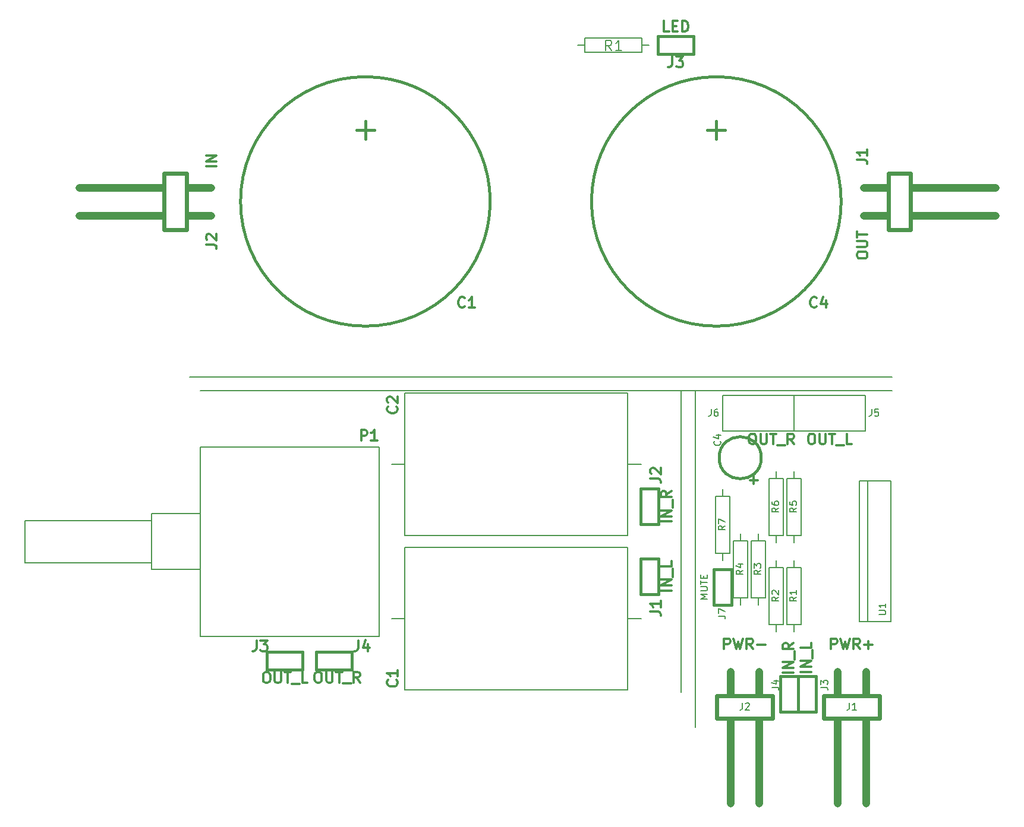
<source format=gto>
G04 (created by PCBNEW (2013-07-07 BZR 4022)-stable) date 27/10/2013 04:34:24*
%MOIN*%
G04 Gerber Fmt 3.4, Leading zero omitted, Abs format*
%FSLAX34Y34*%
G01*
G70*
G90*
G04 APERTURE LIST*
%ADD10C,0.00393701*%
%ADD11C,0.00787402*%
%ADD12C,0.00590551*%
%ADD13C,0.0157*%
%ADD14C,0.015*%
%ADD15C,0.0448819*%
%ADD16C,0.023622*%
%ADD17C,0.011811*%
%ADD18C,0.012*%
%ADD19C,0.008*%
G04 APERTURE END LIST*
G54D10*
G54D11*
X53149Y-27559D02*
X13779Y-27559D01*
X41338Y-45275D02*
X41338Y-28346D01*
X42125Y-28346D02*
X42125Y-47244D01*
X14370Y-28346D02*
X53149Y-28346D01*
X47647Y-37858D02*
X47647Y-38258D01*
X47647Y-38258D02*
X48047Y-38258D01*
X48047Y-38258D02*
X48047Y-41458D01*
X48047Y-41458D02*
X47247Y-41458D01*
X47247Y-41458D02*
X47247Y-38258D01*
X47247Y-38258D02*
X47647Y-38258D01*
X47647Y-41858D02*
X47647Y-41458D01*
X45647Y-36358D02*
X45647Y-36758D01*
X45647Y-36758D02*
X46047Y-36758D01*
X46047Y-36758D02*
X46047Y-39958D01*
X46047Y-39958D02*
X45247Y-39958D01*
X45247Y-39958D02*
X45247Y-36758D01*
X45247Y-36758D02*
X45647Y-36758D01*
X45647Y-40358D02*
X45647Y-39958D01*
X47647Y-32858D02*
X47647Y-33258D01*
X47647Y-33258D02*
X48047Y-33258D01*
X48047Y-33258D02*
X48047Y-36458D01*
X48047Y-36458D02*
X47247Y-36458D01*
X47247Y-36458D02*
X47247Y-33258D01*
X47247Y-33258D02*
X47647Y-33258D01*
X47647Y-36858D02*
X47647Y-36458D01*
X46647Y-37858D02*
X46647Y-38258D01*
X46647Y-38258D02*
X47047Y-38258D01*
X47047Y-38258D02*
X47047Y-41458D01*
X47047Y-41458D02*
X46247Y-41458D01*
X46247Y-41458D02*
X46247Y-38258D01*
X46247Y-38258D02*
X46647Y-38258D01*
X46647Y-41858D02*
X46647Y-41458D01*
X44647Y-36358D02*
X44647Y-36758D01*
X44647Y-36758D02*
X45047Y-36758D01*
X45047Y-36758D02*
X45047Y-39958D01*
X45047Y-39958D02*
X44247Y-39958D01*
X44247Y-39958D02*
X44247Y-36758D01*
X44247Y-36758D02*
X44647Y-36758D01*
X44647Y-40358D02*
X44647Y-39958D01*
X46647Y-32858D02*
X46647Y-33258D01*
X46647Y-33258D02*
X47047Y-33258D01*
X47047Y-33258D02*
X47047Y-36458D01*
X47047Y-36458D02*
X46247Y-36458D01*
X46247Y-36458D02*
X46247Y-33258D01*
X46247Y-33258D02*
X46647Y-33258D01*
X46647Y-36858D02*
X46647Y-36458D01*
G54D12*
X51647Y-30608D02*
X51647Y-28608D01*
X51647Y-28608D02*
X47647Y-28608D01*
X47647Y-28608D02*
X47647Y-30608D01*
X47647Y-30608D02*
X51647Y-30608D01*
X43647Y-28608D02*
X43647Y-30608D01*
X43647Y-30608D02*
X47647Y-30608D01*
X47647Y-30608D02*
X47647Y-28608D01*
X47647Y-28608D02*
X43647Y-28608D01*
G54D13*
X48897Y-46358D02*
X48897Y-44358D01*
X47897Y-46358D02*
X47897Y-44358D01*
X47897Y-44358D02*
X48897Y-44358D01*
G54D14*
X47897Y-46358D02*
X48897Y-46358D01*
G54D13*
X47897Y-46358D02*
X47897Y-44358D01*
X46897Y-46358D02*
X46897Y-44358D01*
X46897Y-44358D02*
X47897Y-44358D01*
G54D14*
X46897Y-46358D02*
X47897Y-46358D01*
G54D15*
X50110Y-46864D02*
X50110Y-51509D01*
X51685Y-46864D02*
X51685Y-51509D01*
X50110Y-44108D02*
X50110Y-45368D01*
X51685Y-44108D02*
X51685Y-45368D01*
G54D16*
X52472Y-45486D02*
X52472Y-46746D01*
X49322Y-45486D02*
X49322Y-46746D01*
X52472Y-46745D02*
X49322Y-46745D01*
X52472Y-45486D02*
X49322Y-45486D01*
G54D15*
X44110Y-46864D02*
X44110Y-51509D01*
X45685Y-46864D02*
X45685Y-51509D01*
X44110Y-44108D02*
X44110Y-45368D01*
X45685Y-44108D02*
X45685Y-45368D01*
G54D16*
X46472Y-45486D02*
X46472Y-46746D01*
X43322Y-45486D02*
X43322Y-46746D01*
X46472Y-46745D02*
X43322Y-46745D01*
X46472Y-45486D02*
X43322Y-45486D01*
G54D11*
X43647Y-33858D02*
X43647Y-34258D01*
X43647Y-34258D02*
X44047Y-34258D01*
X44047Y-34258D02*
X44047Y-37458D01*
X44047Y-37458D02*
X43247Y-37458D01*
X43247Y-37458D02*
X43247Y-34258D01*
X43247Y-34258D02*
X43647Y-34258D01*
X43647Y-37858D02*
X43647Y-37458D01*
G54D14*
X45828Y-32108D02*
G75*
G03X45828Y-32108I-1181J0D01*
G74*
G01*
G54D12*
X51791Y-33421D02*
X51791Y-41295D01*
X53090Y-33421D02*
X53090Y-41295D01*
X53090Y-41295D02*
X51318Y-41295D01*
X51318Y-41295D02*
X51318Y-33421D01*
X51318Y-33421D02*
X53090Y-33421D01*
G54D13*
X43147Y-38358D02*
X43147Y-40358D01*
X44147Y-38358D02*
X44147Y-40358D01*
X44147Y-40358D02*
X43147Y-40358D01*
G54D14*
X44147Y-38358D02*
X43147Y-38358D01*
X30622Y-17716D02*
G75*
G03X30622Y-17716I-7000J0D01*
G74*
G01*
X23622Y-14216D02*
X23622Y-13216D01*
X24122Y-13716D02*
X23122Y-13716D01*
X50307Y-17716D02*
G75*
G03X50307Y-17716I-7000J0D01*
G74*
G01*
X43307Y-14216D02*
X43307Y-13216D01*
X43807Y-13716D02*
X42807Y-13716D01*
G54D15*
X12204Y-16929D02*
X7559Y-16929D01*
X12204Y-18503D02*
X7559Y-18503D01*
X14960Y-16929D02*
X13700Y-16929D01*
X14960Y-18503D02*
X13700Y-18503D01*
G54D16*
X13582Y-19291D02*
X12322Y-19291D01*
X13582Y-16141D02*
X12322Y-16141D01*
X12323Y-19291D02*
X12323Y-16141D01*
X13582Y-19291D02*
X13582Y-16141D01*
G54D15*
X54330Y-18503D02*
X58976Y-18503D01*
X54330Y-16929D02*
X58976Y-16929D01*
X51574Y-18503D02*
X52834Y-18503D01*
X51574Y-16929D02*
X52834Y-16929D01*
G54D16*
X52952Y-16141D02*
X54212Y-16141D01*
X52952Y-19291D02*
X54212Y-19291D01*
X54212Y-16141D02*
X54212Y-19291D01*
X52953Y-16141D02*
X52953Y-19291D01*
G54D11*
X35539Y-8938D02*
X35939Y-8938D01*
X35939Y-8938D02*
X35939Y-8538D01*
X35939Y-8538D02*
X39139Y-8538D01*
X39139Y-8538D02*
X39139Y-9338D01*
X39139Y-9338D02*
X35939Y-9338D01*
X35939Y-9338D02*
X35939Y-8938D01*
X39539Y-8938D02*
X39139Y-8938D01*
G54D13*
X42039Y-8438D02*
X40039Y-8438D01*
X42039Y-9438D02*
X40039Y-9438D01*
X40039Y-9438D02*
X40039Y-8438D01*
G54D14*
X42039Y-9438D02*
X42039Y-8438D01*
G54D12*
X11614Y-37992D02*
X4527Y-37992D01*
X4527Y-37992D02*
X4527Y-35629D01*
X4527Y-35629D02*
X11614Y-35629D01*
X14370Y-38385D02*
X11614Y-38385D01*
X11614Y-38385D02*
X11614Y-35236D01*
X11614Y-35236D02*
X14370Y-35236D01*
X14370Y-42125D02*
X24409Y-42125D01*
X24409Y-42125D02*
X24409Y-31496D01*
X24409Y-31496D02*
X14370Y-31496D01*
X14370Y-31496D02*
X14370Y-42125D01*
G54D13*
X18094Y-44003D02*
X20094Y-44003D01*
X18094Y-43003D02*
X20094Y-43003D01*
X20094Y-43003D02*
X20094Y-44003D01*
G54D14*
X18094Y-43003D02*
X18094Y-44003D01*
G54D13*
X22850Y-43003D02*
X20850Y-43003D01*
X22850Y-44003D02*
X20850Y-44003D01*
X20850Y-44003D02*
X20850Y-43003D01*
G54D14*
X22850Y-44003D02*
X22850Y-43003D01*
G54D13*
X40066Y-39779D02*
X40066Y-37779D01*
X39066Y-39779D02*
X39066Y-37779D01*
X39066Y-37779D02*
X40066Y-37779D01*
G54D14*
X39066Y-39779D02*
X40066Y-39779D01*
G54D13*
X39066Y-33842D02*
X39066Y-35842D01*
X40066Y-33842D02*
X40066Y-35842D01*
X40066Y-35842D02*
X39066Y-35842D01*
G54D14*
X40066Y-33842D02*
X39066Y-33842D01*
G54D12*
X38336Y-41141D02*
X39086Y-41141D01*
X25086Y-41141D02*
X25836Y-41141D01*
X38336Y-45141D02*
X38336Y-37141D01*
X38336Y-37141D02*
X25836Y-37141D01*
X25836Y-37141D02*
X25836Y-45141D01*
X25836Y-45141D02*
X38336Y-45141D01*
X38336Y-32480D02*
X39086Y-32480D01*
X25086Y-32480D02*
X25836Y-32480D01*
X38336Y-36480D02*
X38336Y-28480D01*
X38336Y-28480D02*
X25836Y-28480D01*
X25836Y-28480D02*
X25836Y-36480D01*
X25836Y-36480D02*
X38336Y-36480D01*
G54D11*
X47806Y-39923D02*
X47619Y-40055D01*
X47806Y-40148D02*
X47413Y-40148D01*
X47413Y-39998D01*
X47432Y-39961D01*
X47450Y-39942D01*
X47488Y-39923D01*
X47544Y-39923D01*
X47582Y-39942D01*
X47600Y-39961D01*
X47619Y-39998D01*
X47619Y-40148D01*
X47806Y-39548D02*
X47806Y-39773D01*
X47806Y-39661D02*
X47413Y-39661D01*
X47469Y-39698D01*
X47507Y-39736D01*
X47525Y-39773D01*
X45806Y-38423D02*
X45619Y-38555D01*
X45806Y-38648D02*
X45413Y-38648D01*
X45413Y-38498D01*
X45432Y-38461D01*
X45450Y-38442D01*
X45488Y-38423D01*
X45544Y-38423D01*
X45582Y-38442D01*
X45600Y-38461D01*
X45619Y-38498D01*
X45619Y-38648D01*
X45413Y-38292D02*
X45413Y-38048D01*
X45563Y-38180D01*
X45563Y-38123D01*
X45582Y-38086D01*
X45600Y-38067D01*
X45638Y-38048D01*
X45732Y-38048D01*
X45769Y-38067D01*
X45788Y-38086D01*
X45806Y-38123D01*
X45806Y-38236D01*
X45788Y-38273D01*
X45769Y-38292D01*
X47806Y-34923D02*
X47619Y-35055D01*
X47806Y-35148D02*
X47413Y-35148D01*
X47413Y-34998D01*
X47432Y-34961D01*
X47450Y-34942D01*
X47488Y-34923D01*
X47544Y-34923D01*
X47582Y-34942D01*
X47600Y-34961D01*
X47619Y-34998D01*
X47619Y-35148D01*
X47413Y-34567D02*
X47413Y-34755D01*
X47600Y-34773D01*
X47582Y-34755D01*
X47563Y-34717D01*
X47563Y-34623D01*
X47582Y-34586D01*
X47600Y-34567D01*
X47638Y-34548D01*
X47732Y-34548D01*
X47769Y-34567D01*
X47788Y-34586D01*
X47806Y-34623D01*
X47806Y-34717D01*
X47788Y-34755D01*
X47769Y-34773D01*
X46806Y-39923D02*
X46619Y-40055D01*
X46806Y-40148D02*
X46413Y-40148D01*
X46413Y-39998D01*
X46432Y-39961D01*
X46450Y-39942D01*
X46488Y-39923D01*
X46544Y-39923D01*
X46582Y-39942D01*
X46600Y-39961D01*
X46619Y-39998D01*
X46619Y-40148D01*
X46450Y-39773D02*
X46432Y-39755D01*
X46413Y-39717D01*
X46413Y-39623D01*
X46432Y-39586D01*
X46450Y-39567D01*
X46488Y-39548D01*
X46525Y-39548D01*
X46582Y-39567D01*
X46806Y-39792D01*
X46806Y-39548D01*
X44806Y-38423D02*
X44619Y-38555D01*
X44806Y-38648D02*
X44413Y-38648D01*
X44413Y-38498D01*
X44432Y-38461D01*
X44450Y-38442D01*
X44488Y-38423D01*
X44544Y-38423D01*
X44582Y-38442D01*
X44600Y-38461D01*
X44619Y-38498D01*
X44619Y-38648D01*
X44544Y-38086D02*
X44806Y-38086D01*
X44394Y-38180D02*
X44675Y-38273D01*
X44675Y-38030D01*
X46806Y-34923D02*
X46619Y-35055D01*
X46806Y-35148D02*
X46413Y-35148D01*
X46413Y-34998D01*
X46432Y-34961D01*
X46450Y-34942D01*
X46488Y-34923D01*
X46544Y-34923D01*
X46582Y-34942D01*
X46600Y-34961D01*
X46619Y-34998D01*
X46619Y-35148D01*
X46413Y-34586D02*
X46413Y-34661D01*
X46432Y-34698D01*
X46450Y-34717D01*
X46507Y-34755D01*
X46582Y-34773D01*
X46732Y-34773D01*
X46769Y-34755D01*
X46788Y-34736D01*
X46806Y-34698D01*
X46806Y-34623D01*
X46788Y-34586D01*
X46769Y-34567D01*
X46732Y-34548D01*
X46638Y-34548D01*
X46600Y-34567D01*
X46582Y-34586D01*
X46563Y-34623D01*
X46563Y-34698D01*
X46582Y-34736D01*
X46600Y-34755D01*
X46638Y-34773D01*
X52016Y-29373D02*
X52016Y-29655D01*
X51997Y-29711D01*
X51960Y-29748D01*
X51903Y-29767D01*
X51866Y-29767D01*
X52391Y-29373D02*
X52203Y-29373D01*
X52185Y-29561D01*
X52203Y-29542D01*
X52241Y-29523D01*
X52335Y-29523D01*
X52372Y-29542D01*
X52391Y-29561D01*
X52410Y-29598D01*
X52410Y-29692D01*
X52391Y-29730D01*
X52372Y-29748D01*
X52335Y-29767D01*
X52241Y-29767D01*
X52203Y-29748D01*
X52185Y-29730D01*
G54D17*
X48593Y-30756D02*
X48705Y-30756D01*
X48761Y-30784D01*
X48818Y-30841D01*
X48846Y-30953D01*
X48846Y-31150D01*
X48818Y-31262D01*
X48761Y-31319D01*
X48705Y-31347D01*
X48593Y-31347D01*
X48536Y-31319D01*
X48480Y-31262D01*
X48452Y-31150D01*
X48452Y-30953D01*
X48480Y-30841D01*
X48536Y-30784D01*
X48593Y-30756D01*
X49099Y-30756D02*
X49099Y-31234D01*
X49127Y-31291D01*
X49155Y-31319D01*
X49211Y-31347D01*
X49324Y-31347D01*
X49380Y-31319D01*
X49408Y-31291D01*
X49436Y-31234D01*
X49436Y-30756D01*
X49633Y-30756D02*
X49971Y-30756D01*
X49802Y-31347D02*
X49802Y-30756D01*
X50027Y-31403D02*
X50477Y-31403D01*
X50899Y-31347D02*
X50617Y-31347D01*
X50617Y-30756D01*
G54D11*
X43016Y-29373D02*
X43016Y-29655D01*
X42997Y-29711D01*
X42960Y-29748D01*
X42903Y-29767D01*
X42866Y-29767D01*
X43372Y-29373D02*
X43297Y-29373D01*
X43260Y-29392D01*
X43241Y-29411D01*
X43203Y-29467D01*
X43185Y-29542D01*
X43185Y-29692D01*
X43203Y-29730D01*
X43222Y-29748D01*
X43260Y-29767D01*
X43335Y-29767D01*
X43372Y-29748D01*
X43391Y-29730D01*
X43410Y-29692D01*
X43410Y-29598D01*
X43391Y-29561D01*
X43372Y-29542D01*
X43335Y-29523D01*
X43260Y-29523D01*
X43222Y-29542D01*
X43203Y-29561D01*
X43185Y-29598D01*
G54D17*
X45286Y-30756D02*
X45399Y-30756D01*
X45455Y-30784D01*
X45511Y-30841D01*
X45539Y-30953D01*
X45539Y-31150D01*
X45511Y-31262D01*
X45455Y-31319D01*
X45399Y-31347D01*
X45286Y-31347D01*
X45230Y-31319D01*
X45174Y-31262D01*
X45146Y-31150D01*
X45146Y-30953D01*
X45174Y-30841D01*
X45230Y-30784D01*
X45286Y-30756D01*
X45793Y-30756D02*
X45793Y-31234D01*
X45821Y-31291D01*
X45849Y-31319D01*
X45905Y-31347D01*
X46017Y-31347D01*
X46074Y-31319D01*
X46102Y-31291D01*
X46130Y-31234D01*
X46130Y-30756D01*
X46327Y-30756D02*
X46664Y-30756D01*
X46496Y-31347D02*
X46496Y-30756D01*
X46721Y-31403D02*
X47170Y-31403D01*
X47649Y-31347D02*
X47452Y-31066D01*
X47311Y-31347D02*
X47311Y-30756D01*
X47536Y-30756D01*
X47592Y-30784D01*
X47620Y-30812D01*
X47649Y-30869D01*
X47649Y-30953D01*
X47620Y-31009D01*
X47592Y-31037D01*
X47536Y-31066D01*
X47311Y-31066D01*
G54D11*
X49163Y-44989D02*
X49444Y-44989D01*
X49500Y-45008D01*
X49538Y-45045D01*
X49556Y-45101D01*
X49556Y-45139D01*
X49163Y-44839D02*
X49163Y-44595D01*
X49313Y-44727D01*
X49313Y-44670D01*
X49332Y-44633D01*
X49350Y-44614D01*
X49388Y-44595D01*
X49482Y-44595D01*
X49519Y-44614D01*
X49538Y-44633D01*
X49556Y-44670D01*
X49556Y-44783D01*
X49538Y-44820D01*
X49519Y-44839D01*
G54D17*
X48636Y-44131D02*
X48046Y-44131D01*
X48636Y-43850D02*
X48046Y-43850D01*
X48636Y-43512D01*
X48046Y-43512D01*
X48692Y-43372D02*
X48692Y-42922D01*
X48636Y-42500D02*
X48636Y-42781D01*
X48046Y-42781D01*
G54D11*
X46413Y-44989D02*
X46694Y-44989D01*
X46750Y-45008D01*
X46788Y-45045D01*
X46806Y-45101D01*
X46806Y-45139D01*
X46544Y-44633D02*
X46806Y-44633D01*
X46394Y-44727D02*
X46675Y-44820D01*
X46675Y-44577D01*
G54D17*
X47636Y-44187D02*
X47046Y-44187D01*
X47636Y-43906D02*
X47046Y-43906D01*
X47636Y-43569D01*
X47046Y-43569D01*
X47692Y-43428D02*
X47692Y-42978D01*
X47636Y-42500D02*
X47355Y-42697D01*
X47636Y-42838D02*
X47046Y-42838D01*
X47046Y-42613D01*
X47074Y-42556D01*
X47102Y-42528D01*
X47158Y-42500D01*
X47242Y-42500D01*
X47299Y-42528D01*
X47327Y-42556D01*
X47355Y-42613D01*
X47355Y-42838D01*
G54D11*
X50766Y-45873D02*
X50766Y-46155D01*
X50747Y-46211D01*
X50710Y-46248D01*
X50653Y-46267D01*
X50616Y-46267D01*
X51160Y-46267D02*
X50935Y-46267D01*
X51047Y-46267D02*
X51047Y-45873D01*
X51010Y-45930D01*
X50972Y-45967D01*
X50935Y-45986D01*
G54D17*
X49744Y-42847D02*
X49744Y-42256D01*
X49969Y-42256D01*
X50025Y-42284D01*
X50053Y-42312D01*
X50082Y-42369D01*
X50082Y-42453D01*
X50053Y-42509D01*
X50025Y-42537D01*
X49969Y-42566D01*
X49744Y-42566D01*
X50278Y-42256D02*
X50419Y-42847D01*
X50532Y-42425D01*
X50644Y-42847D01*
X50785Y-42256D01*
X51347Y-42847D02*
X51150Y-42566D01*
X51010Y-42847D02*
X51010Y-42256D01*
X51235Y-42256D01*
X51291Y-42284D01*
X51319Y-42312D01*
X51347Y-42369D01*
X51347Y-42453D01*
X51319Y-42509D01*
X51291Y-42537D01*
X51235Y-42566D01*
X51010Y-42566D01*
X51600Y-42622D02*
X52050Y-42622D01*
X51825Y-42847D02*
X51825Y-42397D01*
G54D11*
X44766Y-45873D02*
X44766Y-46155D01*
X44747Y-46211D01*
X44710Y-46248D01*
X44653Y-46267D01*
X44616Y-46267D01*
X44935Y-45911D02*
X44953Y-45892D01*
X44991Y-45873D01*
X45085Y-45873D01*
X45122Y-45892D01*
X45141Y-45911D01*
X45160Y-45948D01*
X45160Y-45986D01*
X45141Y-46042D01*
X44916Y-46267D01*
X45160Y-46267D01*
G54D17*
X43744Y-42847D02*
X43744Y-42256D01*
X43969Y-42256D01*
X44025Y-42284D01*
X44053Y-42312D01*
X44082Y-42369D01*
X44082Y-42453D01*
X44053Y-42509D01*
X44025Y-42537D01*
X43969Y-42566D01*
X43744Y-42566D01*
X44278Y-42256D02*
X44419Y-42847D01*
X44532Y-42425D01*
X44644Y-42847D01*
X44785Y-42256D01*
X45347Y-42847D02*
X45150Y-42566D01*
X45010Y-42847D02*
X45010Y-42256D01*
X45235Y-42256D01*
X45291Y-42284D01*
X45319Y-42312D01*
X45347Y-42369D01*
X45347Y-42453D01*
X45319Y-42509D01*
X45291Y-42537D01*
X45235Y-42566D01*
X45010Y-42566D01*
X45600Y-42622D02*
X46050Y-42622D01*
G54D11*
X43806Y-35923D02*
X43619Y-36055D01*
X43806Y-36148D02*
X43413Y-36148D01*
X43413Y-35998D01*
X43432Y-35961D01*
X43450Y-35942D01*
X43488Y-35923D01*
X43544Y-35923D01*
X43582Y-35942D01*
X43600Y-35961D01*
X43619Y-35998D01*
X43619Y-36148D01*
X43413Y-35792D02*
X43413Y-35530D01*
X43806Y-35698D01*
X43519Y-31173D02*
X43538Y-31192D01*
X43556Y-31248D01*
X43556Y-31286D01*
X43538Y-31342D01*
X43500Y-31380D01*
X43463Y-31398D01*
X43388Y-31417D01*
X43332Y-31417D01*
X43257Y-31398D01*
X43219Y-31380D01*
X43182Y-31342D01*
X43163Y-31286D01*
X43163Y-31248D01*
X43182Y-31192D01*
X43200Y-31173D01*
X43294Y-30836D02*
X43556Y-30836D01*
X43144Y-30930D02*
X43425Y-31023D01*
X43425Y-30780D01*
G54D18*
X45411Y-33586D02*
X45411Y-33129D01*
X45640Y-33358D02*
X45183Y-33358D01*
G54D11*
X52413Y-40908D02*
X52732Y-40908D01*
X52769Y-40889D01*
X52788Y-40870D01*
X52806Y-40833D01*
X52806Y-40758D01*
X52788Y-40720D01*
X52769Y-40702D01*
X52732Y-40683D01*
X52413Y-40683D01*
X52806Y-40289D02*
X52806Y-40514D01*
X52806Y-40402D02*
X52413Y-40402D01*
X52469Y-40439D01*
X52507Y-40477D01*
X52525Y-40514D01*
X43413Y-40989D02*
X43694Y-40989D01*
X43750Y-41008D01*
X43788Y-41045D01*
X43806Y-41101D01*
X43806Y-41139D01*
X43413Y-40839D02*
X43413Y-40577D01*
X43806Y-40745D01*
X42806Y-40023D02*
X42413Y-40023D01*
X42694Y-39892D01*
X42413Y-39761D01*
X42806Y-39761D01*
X42413Y-39573D02*
X42732Y-39573D01*
X42769Y-39555D01*
X42788Y-39536D01*
X42806Y-39498D01*
X42806Y-39423D01*
X42788Y-39386D01*
X42769Y-39367D01*
X42732Y-39348D01*
X42413Y-39348D01*
X42413Y-39217D02*
X42413Y-38992D01*
X42806Y-39105D02*
X42413Y-39105D01*
X42600Y-38861D02*
X42600Y-38730D01*
X42806Y-38673D02*
X42806Y-38861D01*
X42413Y-38861D01*
X42413Y-38673D01*
G54D17*
X29190Y-23621D02*
X29162Y-23649D01*
X29078Y-23678D01*
X29022Y-23678D01*
X28937Y-23649D01*
X28881Y-23593D01*
X28853Y-23537D01*
X28825Y-23424D01*
X28825Y-23340D01*
X28853Y-23228D01*
X28881Y-23171D01*
X28937Y-23115D01*
X29022Y-23087D01*
X29078Y-23087D01*
X29162Y-23115D01*
X29190Y-23143D01*
X29753Y-23678D02*
X29415Y-23678D01*
X29584Y-23678D02*
X29584Y-23087D01*
X29528Y-23171D01*
X29472Y-23228D01*
X29415Y-23256D01*
X48940Y-23621D02*
X48912Y-23649D01*
X48828Y-23678D01*
X48772Y-23678D01*
X48687Y-23649D01*
X48631Y-23593D01*
X48603Y-23537D01*
X48575Y-23424D01*
X48575Y-23340D01*
X48603Y-23228D01*
X48631Y-23171D01*
X48687Y-23115D01*
X48772Y-23087D01*
X48828Y-23087D01*
X48912Y-23115D01*
X48940Y-23143D01*
X49447Y-23284D02*
X49447Y-23678D01*
X49306Y-23059D02*
X49165Y-23481D01*
X49531Y-23481D01*
X14687Y-20135D02*
X15109Y-20135D01*
X15194Y-20163D01*
X15250Y-20220D01*
X15278Y-20304D01*
X15278Y-20360D01*
X14744Y-19882D02*
X14715Y-19854D01*
X14687Y-19798D01*
X14687Y-19657D01*
X14715Y-19601D01*
X14744Y-19573D01*
X14800Y-19545D01*
X14856Y-19545D01*
X14940Y-19573D01*
X15278Y-19910D01*
X15278Y-19545D01*
X15278Y-15748D02*
X14687Y-15748D01*
X15278Y-15467D02*
X14687Y-15467D01*
X15278Y-15129D01*
X14687Y-15129D01*
X51187Y-15385D02*
X51609Y-15385D01*
X51694Y-15413D01*
X51750Y-15470D01*
X51778Y-15554D01*
X51778Y-15610D01*
X51778Y-14795D02*
X51778Y-15132D01*
X51778Y-14964D02*
X51187Y-14964D01*
X51272Y-15020D01*
X51328Y-15076D01*
X51356Y-15132D01*
X51187Y-20779D02*
X51187Y-20667D01*
X51215Y-20610D01*
X51272Y-20554D01*
X51384Y-20526D01*
X51581Y-20526D01*
X51694Y-20554D01*
X51750Y-20610D01*
X51778Y-20667D01*
X51778Y-20779D01*
X51750Y-20835D01*
X51694Y-20892D01*
X51581Y-20920D01*
X51384Y-20920D01*
X51272Y-20892D01*
X51215Y-20835D01*
X51187Y-20779D01*
X51187Y-20273D02*
X51665Y-20273D01*
X51722Y-20245D01*
X51750Y-20217D01*
X51778Y-20160D01*
X51778Y-20048D01*
X51750Y-19992D01*
X51722Y-19964D01*
X51665Y-19935D01*
X51187Y-19935D01*
X51187Y-19739D02*
X51187Y-19401D01*
X51778Y-19570D02*
X51187Y-19570D01*
G54D19*
X37440Y-9248D02*
X37244Y-8967D01*
X37103Y-9248D02*
X37103Y-8658D01*
X37328Y-8658D01*
X37384Y-8686D01*
X37412Y-8714D01*
X37440Y-8770D01*
X37440Y-8855D01*
X37412Y-8911D01*
X37384Y-8939D01*
X37328Y-8967D01*
X37103Y-8967D01*
X38003Y-9248D02*
X37665Y-9248D01*
X37834Y-9248D02*
X37834Y-8658D01*
X37778Y-8742D01*
X37722Y-8798D01*
X37665Y-8827D01*
G54D18*
X40839Y-9581D02*
X40839Y-10010D01*
X40810Y-10096D01*
X40753Y-10153D01*
X40667Y-10181D01*
X40610Y-10181D01*
X41067Y-9581D02*
X41439Y-9581D01*
X41239Y-9810D01*
X41325Y-9810D01*
X41382Y-9838D01*
X41410Y-9867D01*
X41439Y-9924D01*
X41439Y-10067D01*
X41410Y-10124D01*
X41382Y-10153D01*
X41325Y-10181D01*
X41153Y-10181D01*
X41096Y-10153D01*
X41067Y-10124D01*
X40653Y-8181D02*
X40367Y-8181D01*
X40367Y-7581D01*
X40853Y-7867D02*
X41053Y-7867D01*
X41139Y-8181D02*
X40853Y-8181D01*
X40853Y-7581D01*
X41139Y-7581D01*
X41396Y-8181D02*
X41396Y-7581D01*
X41539Y-7581D01*
X41625Y-7610D01*
X41682Y-7667D01*
X41710Y-7724D01*
X41739Y-7838D01*
X41739Y-7924D01*
X41710Y-8038D01*
X41682Y-8096D01*
X41625Y-8153D01*
X41539Y-8181D01*
X41396Y-8181D01*
G54D17*
X23383Y-31144D02*
X23383Y-30553D01*
X23607Y-30553D01*
X23664Y-30582D01*
X23692Y-30610D01*
X23720Y-30666D01*
X23720Y-30750D01*
X23692Y-30807D01*
X23664Y-30835D01*
X23607Y-30863D01*
X23383Y-30863D01*
X24282Y-31144D02*
X23945Y-31144D01*
X24114Y-31144D02*
X24114Y-30553D01*
X24057Y-30638D01*
X24001Y-30694D01*
X23945Y-30722D01*
G54D18*
X17516Y-42359D02*
X17516Y-42787D01*
X17487Y-42873D01*
X17430Y-42930D01*
X17345Y-42959D01*
X17287Y-42959D01*
X17745Y-42359D02*
X18116Y-42359D01*
X17916Y-42587D01*
X18002Y-42587D01*
X18059Y-42616D01*
X18087Y-42645D01*
X18116Y-42702D01*
X18116Y-42845D01*
X18087Y-42902D01*
X18059Y-42930D01*
X18002Y-42959D01*
X17830Y-42959D01*
X17773Y-42930D01*
X17745Y-42902D01*
X18023Y-44146D02*
X18137Y-44146D01*
X18194Y-44175D01*
X18251Y-44232D01*
X18280Y-44346D01*
X18280Y-44546D01*
X18251Y-44661D01*
X18194Y-44718D01*
X18137Y-44746D01*
X18023Y-44746D01*
X17965Y-44718D01*
X17908Y-44661D01*
X17880Y-44546D01*
X17880Y-44346D01*
X17908Y-44232D01*
X17965Y-44175D01*
X18023Y-44146D01*
X18537Y-44146D02*
X18537Y-44632D01*
X18565Y-44689D01*
X18594Y-44718D01*
X18651Y-44746D01*
X18765Y-44746D01*
X18823Y-44718D01*
X18851Y-44689D01*
X18880Y-44632D01*
X18880Y-44146D01*
X19080Y-44146D02*
X19423Y-44146D01*
X19251Y-44746D02*
X19251Y-44146D01*
X19480Y-44803D02*
X19937Y-44803D01*
X20365Y-44746D02*
X20080Y-44746D01*
X20080Y-44146D01*
X23225Y-42359D02*
X23225Y-42787D01*
X23196Y-42873D01*
X23139Y-42930D01*
X23053Y-42959D01*
X22996Y-42959D01*
X23768Y-42559D02*
X23768Y-42959D01*
X23625Y-42330D02*
X23482Y-42759D01*
X23853Y-42759D01*
X20918Y-44131D02*
X21032Y-44131D01*
X21090Y-44159D01*
X21147Y-44216D01*
X21175Y-44331D01*
X21175Y-44531D01*
X21147Y-44645D01*
X21090Y-44702D01*
X21032Y-44731D01*
X20918Y-44731D01*
X20861Y-44702D01*
X20804Y-44645D01*
X20775Y-44531D01*
X20775Y-44331D01*
X20804Y-44216D01*
X20861Y-44159D01*
X20918Y-44131D01*
X21432Y-44131D02*
X21432Y-44616D01*
X21461Y-44673D01*
X21490Y-44702D01*
X21547Y-44731D01*
X21661Y-44731D01*
X21718Y-44702D01*
X21747Y-44673D01*
X21775Y-44616D01*
X21775Y-44131D01*
X21975Y-44131D02*
X22318Y-44131D01*
X22147Y-44731D02*
X22147Y-44131D01*
X22375Y-44788D02*
X22832Y-44788D01*
X23318Y-44731D02*
X23118Y-44445D01*
X22975Y-44731D02*
X22975Y-44131D01*
X23204Y-44131D01*
X23261Y-44159D01*
X23290Y-44188D01*
X23318Y-44245D01*
X23318Y-44331D01*
X23290Y-44388D01*
X23261Y-44416D01*
X23204Y-44445D01*
X22975Y-44445D01*
X39603Y-40751D02*
X40032Y-40751D01*
X40117Y-40779D01*
X40174Y-40836D01*
X40203Y-40922D01*
X40203Y-40979D01*
X40203Y-40151D02*
X40203Y-40494D01*
X40203Y-40322D02*
X39603Y-40322D01*
X39689Y-40379D01*
X39746Y-40436D01*
X39774Y-40494D01*
X40809Y-39565D02*
X40209Y-39565D01*
X40809Y-39279D02*
X40209Y-39279D01*
X40809Y-38936D01*
X40209Y-38936D01*
X40866Y-38793D02*
X40866Y-38336D01*
X40809Y-37908D02*
X40809Y-38193D01*
X40209Y-38193D01*
X39603Y-33270D02*
X40032Y-33270D01*
X40117Y-33299D01*
X40174Y-33356D01*
X40203Y-33442D01*
X40203Y-33499D01*
X39660Y-33013D02*
X39632Y-32985D01*
X39603Y-32928D01*
X39603Y-32785D01*
X39632Y-32728D01*
X39660Y-32699D01*
X39717Y-32670D01*
X39774Y-32670D01*
X39860Y-32699D01*
X40203Y-33042D01*
X40203Y-32670D01*
X40794Y-35685D02*
X40194Y-35685D01*
X40794Y-35399D02*
X40194Y-35399D01*
X40794Y-35056D01*
X40194Y-35056D01*
X40851Y-34913D02*
X40851Y-34456D01*
X40794Y-33971D02*
X40508Y-34171D01*
X40794Y-34313D02*
X40194Y-34313D01*
X40194Y-34085D01*
X40222Y-34028D01*
X40251Y-33999D01*
X40308Y-33971D01*
X40394Y-33971D01*
X40451Y-33999D01*
X40479Y-34028D01*
X40508Y-34085D01*
X40508Y-34313D01*
G54D17*
X25379Y-44586D02*
X25407Y-44614D01*
X25435Y-44699D01*
X25435Y-44755D01*
X25407Y-44839D01*
X25351Y-44895D01*
X25295Y-44924D01*
X25182Y-44952D01*
X25098Y-44952D01*
X24985Y-44924D01*
X24929Y-44895D01*
X24873Y-44839D01*
X24845Y-44755D01*
X24845Y-44699D01*
X24873Y-44614D01*
X24901Y-44586D01*
X25435Y-44024D02*
X25435Y-44361D01*
X25435Y-44192D02*
X24845Y-44192D01*
X24929Y-44249D01*
X24985Y-44305D01*
X25014Y-44361D01*
X25379Y-29232D02*
X25407Y-29260D01*
X25435Y-29344D01*
X25435Y-29401D01*
X25407Y-29485D01*
X25351Y-29541D01*
X25295Y-29569D01*
X25182Y-29597D01*
X25098Y-29597D01*
X24985Y-29569D01*
X24929Y-29541D01*
X24873Y-29485D01*
X24845Y-29401D01*
X24845Y-29344D01*
X24873Y-29260D01*
X24901Y-29232D01*
X24901Y-29007D02*
X24873Y-28979D01*
X24845Y-28922D01*
X24845Y-28782D01*
X24873Y-28726D01*
X24901Y-28697D01*
X24957Y-28669D01*
X25014Y-28669D01*
X25098Y-28697D01*
X25435Y-29035D01*
X25435Y-28669D01*
M02*

</source>
